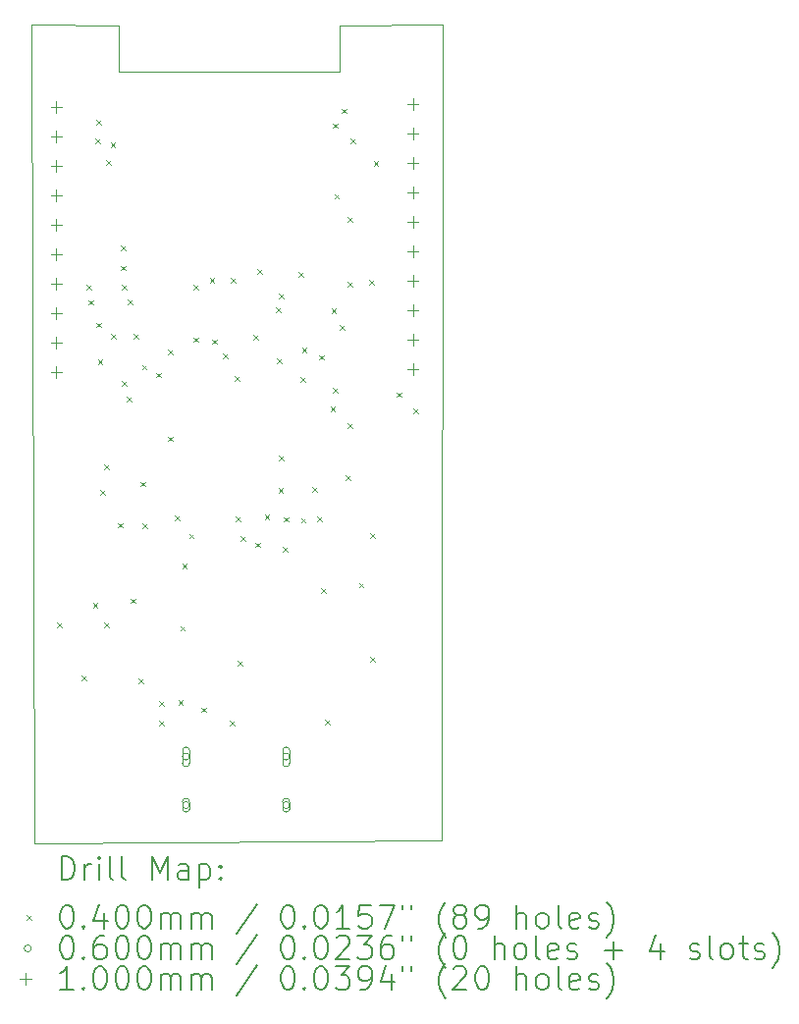
<source format=gbr>
%TF.GenerationSoftware,KiCad,Pcbnew,8.0.5-1.fc40*%
%TF.CreationDate,2024-10-05T09:11:12-05:00*%
%TF.ProjectId,PCB_ESP32,5043425f-4553-4503-9332-2e6b69636164,rev?*%
%TF.SameCoordinates,Original*%
%TF.FileFunction,Drillmap*%
%TF.FilePolarity,Positive*%
%FSLAX45Y45*%
G04 Gerber Fmt 4.5, Leading zero omitted, Abs format (unit mm)*
G04 Created by KiCad (PCBNEW 8.0.5-1.fc40) date 2024-10-05 09:11:12*
%MOMM*%
%LPD*%
G01*
G04 APERTURE LIST*
%ADD10C,0.050000*%
%ADD11C,0.200000*%
%ADD12C,0.100000*%
G04 APERTURE END LIST*
D10*
X17054000Y-13964000D02*
X13541000Y-13986000D01*
X13514000Y-6929000D01*
X14270000Y-6930000D01*
X14270000Y-7330000D01*
X16170000Y-7330000D01*
X16170000Y-6930000D01*
X17058000Y-6927000D01*
X17054000Y-13964000D01*
D11*
D12*
X13735000Y-12083000D02*
X13775000Y-12123000D01*
X13775000Y-12083000D02*
X13735000Y-12123000D01*
X13949000Y-12540000D02*
X13989000Y-12580000D01*
X13989000Y-12540000D02*
X13949000Y-12580000D01*
X13989000Y-9170000D02*
X14029000Y-9210000D01*
X14029000Y-9170000D02*
X13989000Y-9210000D01*
X14008000Y-9301000D02*
X14048000Y-9341000D01*
X14048000Y-9301000D02*
X14008000Y-9341000D01*
X14043000Y-11915000D02*
X14083000Y-11955000D01*
X14083000Y-11915000D02*
X14043000Y-11955000D01*
X14066000Y-7909000D02*
X14106000Y-7949000D01*
X14106000Y-7909000D02*
X14066000Y-7949000D01*
X14072000Y-9497000D02*
X14112000Y-9537000D01*
X14112000Y-9497000D02*
X14072000Y-9537000D01*
X14074000Y-7750000D02*
X14114000Y-7790000D01*
X14114000Y-7750000D02*
X14074000Y-7790000D01*
X14086000Y-9815000D02*
X14126000Y-9855000D01*
X14126000Y-9815000D02*
X14086000Y-9855000D01*
X14109000Y-10942000D02*
X14149000Y-10982000D01*
X14149000Y-10942000D02*
X14109000Y-10982000D01*
X14142000Y-12084000D02*
X14182000Y-12124000D01*
X14182000Y-12084000D02*
X14142000Y-12124000D01*
X14143000Y-10718000D02*
X14183000Y-10758000D01*
X14183000Y-10718000D02*
X14143000Y-10758000D01*
X14157000Y-8097000D02*
X14197000Y-8137000D01*
X14197000Y-8097000D02*
X14157000Y-8137000D01*
X14197000Y-7943000D02*
X14237000Y-7983000D01*
X14237000Y-7943000D02*
X14197000Y-7983000D01*
X14200000Y-9594000D02*
X14240000Y-9634000D01*
X14240000Y-9594000D02*
X14200000Y-9634000D01*
X14261000Y-11224000D02*
X14301000Y-11264000D01*
X14301000Y-11224000D02*
X14261000Y-11264000D01*
X14284000Y-8832700D02*
X14324000Y-8872700D01*
X14324000Y-8832700D02*
X14284000Y-8872700D01*
X14286000Y-9005000D02*
X14326000Y-9045000D01*
X14326000Y-9005000D02*
X14286000Y-9045000D01*
X14291000Y-9172000D02*
X14331000Y-9212000D01*
X14331000Y-9172000D02*
X14291000Y-9212000D01*
X14292000Y-10001000D02*
X14332000Y-10041000D01*
X14332000Y-10001000D02*
X14292000Y-10041000D01*
X14335000Y-10133000D02*
X14375000Y-10173000D01*
X14375000Y-10133000D02*
X14335000Y-10173000D01*
X14343000Y-9299000D02*
X14383000Y-9339000D01*
X14383000Y-9299000D02*
X14343000Y-9339000D01*
X14368000Y-11874500D02*
X14408000Y-11914500D01*
X14408000Y-11874500D02*
X14368000Y-11914500D01*
X14392000Y-9593000D02*
X14432000Y-9633000D01*
X14432000Y-9593000D02*
X14392000Y-9633000D01*
X14438500Y-12563500D02*
X14478500Y-12603500D01*
X14478500Y-12563500D02*
X14438500Y-12603500D01*
X14456000Y-10867000D02*
X14496000Y-10907000D01*
X14496000Y-10867000D02*
X14456000Y-10907000D01*
X14466000Y-9861000D02*
X14506000Y-9901000D01*
X14506000Y-9861000D02*
X14466000Y-9901000D01*
X14473000Y-11227000D02*
X14513000Y-11267000D01*
X14513000Y-11227000D02*
X14473000Y-11267000D01*
X14592000Y-9928000D02*
X14632000Y-9968000D01*
X14632000Y-9928000D02*
X14592000Y-9968000D01*
X14615000Y-12928000D02*
X14655000Y-12968000D01*
X14655000Y-12928000D02*
X14615000Y-12968000D01*
X14616000Y-12761000D02*
X14656000Y-12801000D01*
X14656000Y-12761000D02*
X14616000Y-12801000D01*
X14691000Y-10479000D02*
X14731000Y-10519000D01*
X14731000Y-10479000D02*
X14691000Y-10519000D01*
X14692000Y-9729000D02*
X14732000Y-9769000D01*
X14732000Y-9729000D02*
X14692000Y-9769000D01*
X14748000Y-11157000D02*
X14788000Y-11197000D01*
X14788000Y-11157000D02*
X14748000Y-11197000D01*
X14780000Y-12749000D02*
X14820000Y-12789000D01*
X14820000Y-12749000D02*
X14780000Y-12789000D01*
X14798000Y-12112000D02*
X14838000Y-12152000D01*
X14838000Y-12112000D02*
X14798000Y-12152000D01*
X14813000Y-11572000D02*
X14853000Y-11612000D01*
X14853000Y-11572000D02*
X14813000Y-11612000D01*
X14873000Y-11316000D02*
X14913000Y-11356000D01*
X14913000Y-11316000D02*
X14873000Y-11356000D01*
X14910000Y-9170000D02*
X14950000Y-9210000D01*
X14950000Y-9170000D02*
X14910000Y-9210000D01*
X14913000Y-9623000D02*
X14953000Y-9663000D01*
X14953000Y-9623000D02*
X14913000Y-9663000D01*
X14982000Y-12816000D02*
X15022000Y-12856000D01*
X15022000Y-12816000D02*
X14982000Y-12856000D01*
X15051000Y-9110000D02*
X15091000Y-9150000D01*
X15091000Y-9110000D02*
X15051000Y-9150000D01*
X15070000Y-9641000D02*
X15110000Y-9681000D01*
X15110000Y-9641000D02*
X15070000Y-9681000D01*
X15165000Y-9764000D02*
X15205000Y-9804000D01*
X15205000Y-9764000D02*
X15165000Y-9804000D01*
X15226000Y-12928000D02*
X15266000Y-12968000D01*
X15266000Y-12928000D02*
X15226000Y-12968000D01*
X15233000Y-9113000D02*
X15273000Y-9153000D01*
X15273000Y-9113000D02*
X15233000Y-9153000D01*
X15264000Y-9956000D02*
X15304000Y-9996000D01*
X15304000Y-9956000D02*
X15264000Y-9996000D01*
X15272500Y-11167500D02*
X15312500Y-11207500D01*
X15312500Y-11167500D02*
X15272500Y-11207500D01*
X15292000Y-12413000D02*
X15332000Y-12453000D01*
X15332000Y-12413000D02*
X15292000Y-12453000D01*
X15315000Y-11337000D02*
X15355000Y-11377000D01*
X15355000Y-11337000D02*
X15315000Y-11377000D01*
X15426000Y-9601000D02*
X15466000Y-9641000D01*
X15466000Y-9601000D02*
X15426000Y-9641000D01*
X15447000Y-11393000D02*
X15487000Y-11433000D01*
X15487000Y-11393000D02*
X15447000Y-11433000D01*
X15462000Y-9032000D02*
X15502000Y-9072000D01*
X15502000Y-9032000D02*
X15462000Y-9072000D01*
X15525000Y-11151000D02*
X15565000Y-11191000D01*
X15565000Y-11151000D02*
X15525000Y-11191000D01*
X15620000Y-9368000D02*
X15660000Y-9408000D01*
X15660000Y-9368000D02*
X15620000Y-9408000D01*
X15631000Y-9808000D02*
X15671000Y-9848000D01*
X15671000Y-9808000D02*
X15631000Y-9848000D01*
X15644500Y-10924500D02*
X15684500Y-10964500D01*
X15684500Y-10924500D02*
X15644500Y-10964500D01*
X15647000Y-10641500D02*
X15687000Y-10681500D01*
X15687000Y-10641500D02*
X15647000Y-10681500D01*
X15648000Y-9245000D02*
X15688000Y-9285000D01*
X15688000Y-9245000D02*
X15648000Y-9285000D01*
X15684000Y-11433000D02*
X15724000Y-11473000D01*
X15724000Y-11433000D02*
X15684000Y-11473000D01*
X15688000Y-11172000D02*
X15728000Y-11212000D01*
X15728000Y-11172000D02*
X15688000Y-11212000D01*
X15820000Y-9063000D02*
X15860000Y-9103000D01*
X15860000Y-9063000D02*
X15820000Y-9103000D01*
X15833000Y-9968000D02*
X15873000Y-10008000D01*
X15873000Y-9968000D02*
X15833000Y-10008000D01*
X15838000Y-11182000D02*
X15878000Y-11222000D01*
X15878000Y-11182000D02*
X15838000Y-11222000D01*
X15846000Y-9711000D02*
X15886000Y-9751000D01*
X15886000Y-9711000D02*
X15846000Y-9751000D01*
X15938000Y-10914000D02*
X15978000Y-10954000D01*
X15978000Y-10914000D02*
X15938000Y-10954000D01*
X15978000Y-11169000D02*
X16018000Y-11209000D01*
X16018000Y-11169000D02*
X15978000Y-11209000D01*
X15997000Y-9776000D02*
X16037000Y-9816000D01*
X16037000Y-9776000D02*
X15997000Y-9816000D01*
X16012000Y-11784000D02*
X16052000Y-11824000D01*
X16052000Y-11784000D02*
X16012000Y-11824000D01*
X16048000Y-12918000D02*
X16088000Y-12958000D01*
X16088000Y-12918000D02*
X16048000Y-12958000D01*
X16093000Y-10221000D02*
X16133000Y-10261000D01*
X16133000Y-10221000D02*
X16093000Y-10261000D01*
X16102000Y-9373000D02*
X16142000Y-9413000D01*
X16142000Y-9373000D02*
X16102000Y-9413000D01*
X16114000Y-7778000D02*
X16154000Y-7818000D01*
X16154000Y-7778000D02*
X16114000Y-7818000D01*
X16116000Y-10058000D02*
X16156000Y-10098000D01*
X16156000Y-10058000D02*
X16116000Y-10098000D01*
X16126000Y-8388000D02*
X16166000Y-8428000D01*
X16166000Y-8388000D02*
X16126000Y-8428000D01*
X16171000Y-9517000D02*
X16211000Y-9557000D01*
X16211000Y-9517000D02*
X16171000Y-9557000D01*
X16190000Y-7650000D02*
X16230000Y-7690000D01*
X16230000Y-7650000D02*
X16190000Y-7690000D01*
X16221000Y-10814000D02*
X16261000Y-10854000D01*
X16261000Y-10814000D02*
X16221000Y-10854000D01*
X16240000Y-9144000D02*
X16280000Y-9184000D01*
X16280000Y-9144000D02*
X16240000Y-9184000D01*
X16241000Y-8587000D02*
X16281000Y-8627000D01*
X16281000Y-8587000D02*
X16241000Y-8627000D01*
X16242000Y-10367000D02*
X16282000Y-10407000D01*
X16282000Y-10367000D02*
X16242000Y-10407000D01*
X16269000Y-7911000D02*
X16309000Y-7951000D01*
X16309000Y-7911000D02*
X16269000Y-7951000D01*
X16338000Y-11741000D02*
X16378000Y-11781000D01*
X16378000Y-11741000D02*
X16338000Y-11781000D01*
X16426000Y-9128000D02*
X16466000Y-9168000D01*
X16466000Y-9128000D02*
X16426000Y-9168000D01*
X16438000Y-11312000D02*
X16478000Y-11352000D01*
X16478000Y-11312000D02*
X16438000Y-11352000D01*
X16438000Y-12382000D02*
X16478000Y-12422000D01*
X16478000Y-12382000D02*
X16438000Y-12422000D01*
X16466000Y-8102000D02*
X16506000Y-8142000D01*
X16506000Y-8102000D02*
X16466000Y-8142000D01*
X16663000Y-10098000D02*
X16703000Y-10138000D01*
X16703000Y-10098000D02*
X16663000Y-10138000D01*
X16807000Y-10239000D02*
X16847000Y-10279000D01*
X16847000Y-10239000D02*
X16807000Y-10279000D01*
X14876000Y-13239500D02*
G75*
G02*
X14816000Y-13239500I-30000J0D01*
G01*
X14816000Y-13239500D02*
G75*
G02*
X14876000Y-13239500I30000J0D01*
G01*
X14816000Y-13184500D02*
X14816000Y-13294500D01*
X14876000Y-13294500D02*
G75*
G02*
X14816000Y-13294500I-30000J0D01*
G01*
X14876000Y-13294500D02*
X14876000Y-13184500D01*
X14876000Y-13184500D02*
G75*
G03*
X14816000Y-13184500I-30000J0D01*
G01*
X14876000Y-13657500D02*
G75*
G02*
X14816000Y-13657500I-30000J0D01*
G01*
X14816000Y-13657500D02*
G75*
G02*
X14876000Y-13657500I30000J0D01*
G01*
X14816000Y-13627500D02*
X14816000Y-13687500D01*
X14876000Y-13687500D02*
G75*
G02*
X14816000Y-13687500I-30000J0D01*
G01*
X14876000Y-13687500D02*
X14876000Y-13627500D01*
X14876000Y-13627500D02*
G75*
G03*
X14816000Y-13627500I-30000J0D01*
G01*
X15740000Y-13239500D02*
G75*
G02*
X15680000Y-13239500I-30000J0D01*
G01*
X15680000Y-13239500D02*
G75*
G02*
X15740000Y-13239500I30000J0D01*
G01*
X15680000Y-13184500D02*
X15680000Y-13294500D01*
X15740000Y-13294500D02*
G75*
G02*
X15680000Y-13294500I-30000J0D01*
G01*
X15740000Y-13294500D02*
X15740000Y-13184500D01*
X15740000Y-13184500D02*
G75*
G03*
X15680000Y-13184500I-30000J0D01*
G01*
X15740000Y-13657500D02*
G75*
G02*
X15680000Y-13657500I-30000J0D01*
G01*
X15680000Y-13657500D02*
G75*
G02*
X15740000Y-13657500I30000J0D01*
G01*
X15680000Y-13627500D02*
X15680000Y-13687500D01*
X15740000Y-13687500D02*
G75*
G02*
X15680000Y-13687500I-30000J0D01*
G01*
X15740000Y-13687500D02*
X15740000Y-13627500D01*
X15740000Y-13627500D02*
G75*
G03*
X15680000Y-13627500I-30000J0D01*
G01*
X13729000Y-7585500D02*
X13729000Y-7685500D01*
X13679000Y-7635500D02*
X13779000Y-7635500D01*
X13729000Y-7839500D02*
X13729000Y-7939500D01*
X13679000Y-7889500D02*
X13779000Y-7889500D01*
X13729000Y-8093500D02*
X13729000Y-8193500D01*
X13679000Y-8143500D02*
X13779000Y-8143500D01*
X13729000Y-8347500D02*
X13729000Y-8447500D01*
X13679000Y-8397500D02*
X13779000Y-8397500D01*
X13729000Y-8601500D02*
X13729000Y-8701500D01*
X13679000Y-8651500D02*
X13779000Y-8651500D01*
X13729000Y-8855500D02*
X13729000Y-8955500D01*
X13679000Y-8905500D02*
X13779000Y-8905500D01*
X13729000Y-9109500D02*
X13729000Y-9209500D01*
X13679000Y-9159500D02*
X13779000Y-9159500D01*
X13729000Y-9363500D02*
X13729000Y-9463500D01*
X13679000Y-9413500D02*
X13779000Y-9413500D01*
X13729000Y-9617500D02*
X13729000Y-9717500D01*
X13679000Y-9667500D02*
X13779000Y-9667500D01*
X13729000Y-9871500D02*
X13729000Y-9971500D01*
X13679000Y-9921500D02*
X13779000Y-9921500D01*
X16803000Y-7560500D02*
X16803000Y-7660500D01*
X16753000Y-7610500D02*
X16853000Y-7610500D01*
X16803000Y-7814500D02*
X16803000Y-7914500D01*
X16753000Y-7864500D02*
X16853000Y-7864500D01*
X16803000Y-8068500D02*
X16803000Y-8168500D01*
X16753000Y-8118500D02*
X16853000Y-8118500D01*
X16803000Y-8322500D02*
X16803000Y-8422500D01*
X16753000Y-8372500D02*
X16853000Y-8372500D01*
X16803000Y-8576500D02*
X16803000Y-8676500D01*
X16753000Y-8626500D02*
X16853000Y-8626500D01*
X16803000Y-8830500D02*
X16803000Y-8930500D01*
X16753000Y-8880500D02*
X16853000Y-8880500D01*
X16803000Y-9084500D02*
X16803000Y-9184500D01*
X16753000Y-9134500D02*
X16853000Y-9134500D01*
X16803000Y-9338500D02*
X16803000Y-9438500D01*
X16753000Y-9388500D02*
X16853000Y-9388500D01*
X16803000Y-9592500D02*
X16803000Y-9692500D01*
X16753000Y-9642500D02*
X16853000Y-9642500D01*
X16803000Y-9846500D02*
X16803000Y-9946500D01*
X16753000Y-9896500D02*
X16853000Y-9896500D01*
D11*
X13772277Y-14299984D02*
X13772277Y-14099984D01*
X13772277Y-14099984D02*
X13819896Y-14099984D01*
X13819896Y-14099984D02*
X13848467Y-14109508D01*
X13848467Y-14109508D02*
X13867515Y-14128555D01*
X13867515Y-14128555D02*
X13877039Y-14147603D01*
X13877039Y-14147603D02*
X13886562Y-14185698D01*
X13886562Y-14185698D02*
X13886562Y-14214269D01*
X13886562Y-14214269D02*
X13877039Y-14252365D01*
X13877039Y-14252365D02*
X13867515Y-14271412D01*
X13867515Y-14271412D02*
X13848467Y-14290460D01*
X13848467Y-14290460D02*
X13819896Y-14299984D01*
X13819896Y-14299984D02*
X13772277Y-14299984D01*
X13972277Y-14299984D02*
X13972277Y-14166650D01*
X13972277Y-14204746D02*
X13981801Y-14185698D01*
X13981801Y-14185698D02*
X13991324Y-14176174D01*
X13991324Y-14176174D02*
X14010372Y-14166650D01*
X14010372Y-14166650D02*
X14029420Y-14166650D01*
X14096086Y-14299984D02*
X14096086Y-14166650D01*
X14096086Y-14099984D02*
X14086562Y-14109508D01*
X14086562Y-14109508D02*
X14096086Y-14119031D01*
X14096086Y-14119031D02*
X14105610Y-14109508D01*
X14105610Y-14109508D02*
X14096086Y-14099984D01*
X14096086Y-14099984D02*
X14096086Y-14119031D01*
X14219896Y-14299984D02*
X14200848Y-14290460D01*
X14200848Y-14290460D02*
X14191324Y-14271412D01*
X14191324Y-14271412D02*
X14191324Y-14099984D01*
X14324658Y-14299984D02*
X14305610Y-14290460D01*
X14305610Y-14290460D02*
X14296086Y-14271412D01*
X14296086Y-14271412D02*
X14296086Y-14099984D01*
X14553229Y-14299984D02*
X14553229Y-14099984D01*
X14553229Y-14099984D02*
X14619896Y-14242841D01*
X14619896Y-14242841D02*
X14686562Y-14099984D01*
X14686562Y-14099984D02*
X14686562Y-14299984D01*
X14867515Y-14299984D02*
X14867515Y-14195222D01*
X14867515Y-14195222D02*
X14857991Y-14176174D01*
X14857991Y-14176174D02*
X14838943Y-14166650D01*
X14838943Y-14166650D02*
X14800848Y-14166650D01*
X14800848Y-14166650D02*
X14781801Y-14176174D01*
X14867515Y-14290460D02*
X14848467Y-14299984D01*
X14848467Y-14299984D02*
X14800848Y-14299984D01*
X14800848Y-14299984D02*
X14781801Y-14290460D01*
X14781801Y-14290460D02*
X14772277Y-14271412D01*
X14772277Y-14271412D02*
X14772277Y-14252365D01*
X14772277Y-14252365D02*
X14781801Y-14233317D01*
X14781801Y-14233317D02*
X14800848Y-14223793D01*
X14800848Y-14223793D02*
X14848467Y-14223793D01*
X14848467Y-14223793D02*
X14867515Y-14214269D01*
X14962753Y-14166650D02*
X14962753Y-14366650D01*
X14962753Y-14176174D02*
X14981801Y-14166650D01*
X14981801Y-14166650D02*
X15019896Y-14166650D01*
X15019896Y-14166650D02*
X15038943Y-14176174D01*
X15038943Y-14176174D02*
X15048467Y-14185698D01*
X15048467Y-14185698D02*
X15057991Y-14204746D01*
X15057991Y-14204746D02*
X15057991Y-14261888D01*
X15057991Y-14261888D02*
X15048467Y-14280936D01*
X15048467Y-14280936D02*
X15038943Y-14290460D01*
X15038943Y-14290460D02*
X15019896Y-14299984D01*
X15019896Y-14299984D02*
X14981801Y-14299984D01*
X14981801Y-14299984D02*
X14962753Y-14290460D01*
X15143705Y-14280936D02*
X15153229Y-14290460D01*
X15153229Y-14290460D02*
X15143705Y-14299984D01*
X15143705Y-14299984D02*
X15134182Y-14290460D01*
X15134182Y-14290460D02*
X15143705Y-14280936D01*
X15143705Y-14280936D02*
X15143705Y-14299984D01*
X15143705Y-14176174D02*
X15153229Y-14185698D01*
X15153229Y-14185698D02*
X15143705Y-14195222D01*
X15143705Y-14195222D02*
X15134182Y-14185698D01*
X15134182Y-14185698D02*
X15143705Y-14176174D01*
X15143705Y-14176174D02*
X15143705Y-14195222D01*
D12*
X13471500Y-14608500D02*
X13511500Y-14648500D01*
X13511500Y-14608500D02*
X13471500Y-14648500D01*
D11*
X13810372Y-14519984D02*
X13829420Y-14519984D01*
X13829420Y-14519984D02*
X13848467Y-14529508D01*
X13848467Y-14529508D02*
X13857991Y-14539031D01*
X13857991Y-14539031D02*
X13867515Y-14558079D01*
X13867515Y-14558079D02*
X13877039Y-14596174D01*
X13877039Y-14596174D02*
X13877039Y-14643793D01*
X13877039Y-14643793D02*
X13867515Y-14681888D01*
X13867515Y-14681888D02*
X13857991Y-14700936D01*
X13857991Y-14700936D02*
X13848467Y-14710460D01*
X13848467Y-14710460D02*
X13829420Y-14719984D01*
X13829420Y-14719984D02*
X13810372Y-14719984D01*
X13810372Y-14719984D02*
X13791324Y-14710460D01*
X13791324Y-14710460D02*
X13781801Y-14700936D01*
X13781801Y-14700936D02*
X13772277Y-14681888D01*
X13772277Y-14681888D02*
X13762753Y-14643793D01*
X13762753Y-14643793D02*
X13762753Y-14596174D01*
X13762753Y-14596174D02*
X13772277Y-14558079D01*
X13772277Y-14558079D02*
X13781801Y-14539031D01*
X13781801Y-14539031D02*
X13791324Y-14529508D01*
X13791324Y-14529508D02*
X13810372Y-14519984D01*
X13962753Y-14700936D02*
X13972277Y-14710460D01*
X13972277Y-14710460D02*
X13962753Y-14719984D01*
X13962753Y-14719984D02*
X13953229Y-14710460D01*
X13953229Y-14710460D02*
X13962753Y-14700936D01*
X13962753Y-14700936D02*
X13962753Y-14719984D01*
X14143705Y-14586650D02*
X14143705Y-14719984D01*
X14096086Y-14510460D02*
X14048467Y-14653317D01*
X14048467Y-14653317D02*
X14172277Y-14653317D01*
X14286562Y-14519984D02*
X14305610Y-14519984D01*
X14305610Y-14519984D02*
X14324658Y-14529508D01*
X14324658Y-14529508D02*
X14334182Y-14539031D01*
X14334182Y-14539031D02*
X14343705Y-14558079D01*
X14343705Y-14558079D02*
X14353229Y-14596174D01*
X14353229Y-14596174D02*
X14353229Y-14643793D01*
X14353229Y-14643793D02*
X14343705Y-14681888D01*
X14343705Y-14681888D02*
X14334182Y-14700936D01*
X14334182Y-14700936D02*
X14324658Y-14710460D01*
X14324658Y-14710460D02*
X14305610Y-14719984D01*
X14305610Y-14719984D02*
X14286562Y-14719984D01*
X14286562Y-14719984D02*
X14267515Y-14710460D01*
X14267515Y-14710460D02*
X14257991Y-14700936D01*
X14257991Y-14700936D02*
X14248467Y-14681888D01*
X14248467Y-14681888D02*
X14238943Y-14643793D01*
X14238943Y-14643793D02*
X14238943Y-14596174D01*
X14238943Y-14596174D02*
X14248467Y-14558079D01*
X14248467Y-14558079D02*
X14257991Y-14539031D01*
X14257991Y-14539031D02*
X14267515Y-14529508D01*
X14267515Y-14529508D02*
X14286562Y-14519984D01*
X14477039Y-14519984D02*
X14496086Y-14519984D01*
X14496086Y-14519984D02*
X14515134Y-14529508D01*
X14515134Y-14529508D02*
X14524658Y-14539031D01*
X14524658Y-14539031D02*
X14534182Y-14558079D01*
X14534182Y-14558079D02*
X14543705Y-14596174D01*
X14543705Y-14596174D02*
X14543705Y-14643793D01*
X14543705Y-14643793D02*
X14534182Y-14681888D01*
X14534182Y-14681888D02*
X14524658Y-14700936D01*
X14524658Y-14700936D02*
X14515134Y-14710460D01*
X14515134Y-14710460D02*
X14496086Y-14719984D01*
X14496086Y-14719984D02*
X14477039Y-14719984D01*
X14477039Y-14719984D02*
X14457991Y-14710460D01*
X14457991Y-14710460D02*
X14448467Y-14700936D01*
X14448467Y-14700936D02*
X14438943Y-14681888D01*
X14438943Y-14681888D02*
X14429420Y-14643793D01*
X14429420Y-14643793D02*
X14429420Y-14596174D01*
X14429420Y-14596174D02*
X14438943Y-14558079D01*
X14438943Y-14558079D02*
X14448467Y-14539031D01*
X14448467Y-14539031D02*
X14457991Y-14529508D01*
X14457991Y-14529508D02*
X14477039Y-14519984D01*
X14629420Y-14719984D02*
X14629420Y-14586650D01*
X14629420Y-14605698D02*
X14638943Y-14596174D01*
X14638943Y-14596174D02*
X14657991Y-14586650D01*
X14657991Y-14586650D02*
X14686563Y-14586650D01*
X14686563Y-14586650D02*
X14705610Y-14596174D01*
X14705610Y-14596174D02*
X14715134Y-14615222D01*
X14715134Y-14615222D02*
X14715134Y-14719984D01*
X14715134Y-14615222D02*
X14724658Y-14596174D01*
X14724658Y-14596174D02*
X14743705Y-14586650D01*
X14743705Y-14586650D02*
X14772277Y-14586650D01*
X14772277Y-14586650D02*
X14791324Y-14596174D01*
X14791324Y-14596174D02*
X14800848Y-14615222D01*
X14800848Y-14615222D02*
X14800848Y-14719984D01*
X14896086Y-14719984D02*
X14896086Y-14586650D01*
X14896086Y-14605698D02*
X14905610Y-14596174D01*
X14905610Y-14596174D02*
X14924658Y-14586650D01*
X14924658Y-14586650D02*
X14953229Y-14586650D01*
X14953229Y-14586650D02*
X14972277Y-14596174D01*
X14972277Y-14596174D02*
X14981801Y-14615222D01*
X14981801Y-14615222D02*
X14981801Y-14719984D01*
X14981801Y-14615222D02*
X14991324Y-14596174D01*
X14991324Y-14596174D02*
X15010372Y-14586650D01*
X15010372Y-14586650D02*
X15038943Y-14586650D01*
X15038943Y-14586650D02*
X15057991Y-14596174D01*
X15057991Y-14596174D02*
X15067515Y-14615222D01*
X15067515Y-14615222D02*
X15067515Y-14719984D01*
X15457991Y-14510460D02*
X15286563Y-14767603D01*
X15715134Y-14519984D02*
X15734182Y-14519984D01*
X15734182Y-14519984D02*
X15753229Y-14529508D01*
X15753229Y-14529508D02*
X15762753Y-14539031D01*
X15762753Y-14539031D02*
X15772277Y-14558079D01*
X15772277Y-14558079D02*
X15781801Y-14596174D01*
X15781801Y-14596174D02*
X15781801Y-14643793D01*
X15781801Y-14643793D02*
X15772277Y-14681888D01*
X15772277Y-14681888D02*
X15762753Y-14700936D01*
X15762753Y-14700936D02*
X15753229Y-14710460D01*
X15753229Y-14710460D02*
X15734182Y-14719984D01*
X15734182Y-14719984D02*
X15715134Y-14719984D01*
X15715134Y-14719984D02*
X15696086Y-14710460D01*
X15696086Y-14710460D02*
X15686563Y-14700936D01*
X15686563Y-14700936D02*
X15677039Y-14681888D01*
X15677039Y-14681888D02*
X15667515Y-14643793D01*
X15667515Y-14643793D02*
X15667515Y-14596174D01*
X15667515Y-14596174D02*
X15677039Y-14558079D01*
X15677039Y-14558079D02*
X15686563Y-14539031D01*
X15686563Y-14539031D02*
X15696086Y-14529508D01*
X15696086Y-14529508D02*
X15715134Y-14519984D01*
X15867515Y-14700936D02*
X15877039Y-14710460D01*
X15877039Y-14710460D02*
X15867515Y-14719984D01*
X15867515Y-14719984D02*
X15857991Y-14710460D01*
X15857991Y-14710460D02*
X15867515Y-14700936D01*
X15867515Y-14700936D02*
X15867515Y-14719984D01*
X16000848Y-14519984D02*
X16019896Y-14519984D01*
X16019896Y-14519984D02*
X16038944Y-14529508D01*
X16038944Y-14529508D02*
X16048467Y-14539031D01*
X16048467Y-14539031D02*
X16057991Y-14558079D01*
X16057991Y-14558079D02*
X16067515Y-14596174D01*
X16067515Y-14596174D02*
X16067515Y-14643793D01*
X16067515Y-14643793D02*
X16057991Y-14681888D01*
X16057991Y-14681888D02*
X16048467Y-14700936D01*
X16048467Y-14700936D02*
X16038944Y-14710460D01*
X16038944Y-14710460D02*
X16019896Y-14719984D01*
X16019896Y-14719984D02*
X16000848Y-14719984D01*
X16000848Y-14719984D02*
X15981801Y-14710460D01*
X15981801Y-14710460D02*
X15972277Y-14700936D01*
X15972277Y-14700936D02*
X15962753Y-14681888D01*
X15962753Y-14681888D02*
X15953229Y-14643793D01*
X15953229Y-14643793D02*
X15953229Y-14596174D01*
X15953229Y-14596174D02*
X15962753Y-14558079D01*
X15962753Y-14558079D02*
X15972277Y-14539031D01*
X15972277Y-14539031D02*
X15981801Y-14529508D01*
X15981801Y-14529508D02*
X16000848Y-14519984D01*
X16257991Y-14719984D02*
X16143706Y-14719984D01*
X16200848Y-14719984D02*
X16200848Y-14519984D01*
X16200848Y-14519984D02*
X16181801Y-14548555D01*
X16181801Y-14548555D02*
X16162753Y-14567603D01*
X16162753Y-14567603D02*
X16143706Y-14577127D01*
X16438944Y-14519984D02*
X16343706Y-14519984D01*
X16343706Y-14519984D02*
X16334182Y-14615222D01*
X16334182Y-14615222D02*
X16343706Y-14605698D01*
X16343706Y-14605698D02*
X16362753Y-14596174D01*
X16362753Y-14596174D02*
X16410372Y-14596174D01*
X16410372Y-14596174D02*
X16429420Y-14605698D01*
X16429420Y-14605698D02*
X16438944Y-14615222D01*
X16438944Y-14615222D02*
X16448467Y-14634269D01*
X16448467Y-14634269D02*
X16448467Y-14681888D01*
X16448467Y-14681888D02*
X16438944Y-14700936D01*
X16438944Y-14700936D02*
X16429420Y-14710460D01*
X16429420Y-14710460D02*
X16410372Y-14719984D01*
X16410372Y-14719984D02*
X16362753Y-14719984D01*
X16362753Y-14719984D02*
X16343706Y-14710460D01*
X16343706Y-14710460D02*
X16334182Y-14700936D01*
X16515134Y-14519984D02*
X16648467Y-14519984D01*
X16648467Y-14519984D02*
X16562753Y-14719984D01*
X16715134Y-14519984D02*
X16715134Y-14558079D01*
X16791325Y-14519984D02*
X16791325Y-14558079D01*
X17086563Y-14796174D02*
X17077039Y-14786650D01*
X17077039Y-14786650D02*
X17057991Y-14758079D01*
X17057991Y-14758079D02*
X17048468Y-14739031D01*
X17048468Y-14739031D02*
X17038944Y-14710460D01*
X17038944Y-14710460D02*
X17029420Y-14662841D01*
X17029420Y-14662841D02*
X17029420Y-14624746D01*
X17029420Y-14624746D02*
X17038944Y-14577127D01*
X17038944Y-14577127D02*
X17048468Y-14548555D01*
X17048468Y-14548555D02*
X17057991Y-14529508D01*
X17057991Y-14529508D02*
X17077039Y-14500936D01*
X17077039Y-14500936D02*
X17086563Y-14491412D01*
X17191325Y-14605698D02*
X17172277Y-14596174D01*
X17172277Y-14596174D02*
X17162753Y-14586650D01*
X17162753Y-14586650D02*
X17153230Y-14567603D01*
X17153230Y-14567603D02*
X17153230Y-14558079D01*
X17153230Y-14558079D02*
X17162753Y-14539031D01*
X17162753Y-14539031D02*
X17172277Y-14529508D01*
X17172277Y-14529508D02*
X17191325Y-14519984D01*
X17191325Y-14519984D02*
X17229420Y-14519984D01*
X17229420Y-14519984D02*
X17248468Y-14529508D01*
X17248468Y-14529508D02*
X17257991Y-14539031D01*
X17257991Y-14539031D02*
X17267515Y-14558079D01*
X17267515Y-14558079D02*
X17267515Y-14567603D01*
X17267515Y-14567603D02*
X17257991Y-14586650D01*
X17257991Y-14586650D02*
X17248468Y-14596174D01*
X17248468Y-14596174D02*
X17229420Y-14605698D01*
X17229420Y-14605698D02*
X17191325Y-14605698D01*
X17191325Y-14605698D02*
X17172277Y-14615222D01*
X17172277Y-14615222D02*
X17162753Y-14624746D01*
X17162753Y-14624746D02*
X17153230Y-14643793D01*
X17153230Y-14643793D02*
X17153230Y-14681888D01*
X17153230Y-14681888D02*
X17162753Y-14700936D01*
X17162753Y-14700936D02*
X17172277Y-14710460D01*
X17172277Y-14710460D02*
X17191325Y-14719984D01*
X17191325Y-14719984D02*
X17229420Y-14719984D01*
X17229420Y-14719984D02*
X17248468Y-14710460D01*
X17248468Y-14710460D02*
X17257991Y-14700936D01*
X17257991Y-14700936D02*
X17267515Y-14681888D01*
X17267515Y-14681888D02*
X17267515Y-14643793D01*
X17267515Y-14643793D02*
X17257991Y-14624746D01*
X17257991Y-14624746D02*
X17248468Y-14615222D01*
X17248468Y-14615222D02*
X17229420Y-14605698D01*
X17362753Y-14719984D02*
X17400849Y-14719984D01*
X17400849Y-14719984D02*
X17419896Y-14710460D01*
X17419896Y-14710460D02*
X17429420Y-14700936D01*
X17429420Y-14700936D02*
X17448468Y-14672365D01*
X17448468Y-14672365D02*
X17457991Y-14634269D01*
X17457991Y-14634269D02*
X17457991Y-14558079D01*
X17457991Y-14558079D02*
X17448468Y-14539031D01*
X17448468Y-14539031D02*
X17438944Y-14529508D01*
X17438944Y-14529508D02*
X17419896Y-14519984D01*
X17419896Y-14519984D02*
X17381801Y-14519984D01*
X17381801Y-14519984D02*
X17362753Y-14529508D01*
X17362753Y-14529508D02*
X17353230Y-14539031D01*
X17353230Y-14539031D02*
X17343706Y-14558079D01*
X17343706Y-14558079D02*
X17343706Y-14605698D01*
X17343706Y-14605698D02*
X17353230Y-14624746D01*
X17353230Y-14624746D02*
X17362753Y-14634269D01*
X17362753Y-14634269D02*
X17381801Y-14643793D01*
X17381801Y-14643793D02*
X17419896Y-14643793D01*
X17419896Y-14643793D02*
X17438944Y-14634269D01*
X17438944Y-14634269D02*
X17448468Y-14624746D01*
X17448468Y-14624746D02*
X17457991Y-14605698D01*
X17696087Y-14719984D02*
X17696087Y-14519984D01*
X17781801Y-14719984D02*
X17781801Y-14615222D01*
X17781801Y-14615222D02*
X17772277Y-14596174D01*
X17772277Y-14596174D02*
X17753230Y-14586650D01*
X17753230Y-14586650D02*
X17724658Y-14586650D01*
X17724658Y-14586650D02*
X17705611Y-14596174D01*
X17705611Y-14596174D02*
X17696087Y-14605698D01*
X17905611Y-14719984D02*
X17886563Y-14710460D01*
X17886563Y-14710460D02*
X17877039Y-14700936D01*
X17877039Y-14700936D02*
X17867515Y-14681888D01*
X17867515Y-14681888D02*
X17867515Y-14624746D01*
X17867515Y-14624746D02*
X17877039Y-14605698D01*
X17877039Y-14605698D02*
X17886563Y-14596174D01*
X17886563Y-14596174D02*
X17905611Y-14586650D01*
X17905611Y-14586650D02*
X17934182Y-14586650D01*
X17934182Y-14586650D02*
X17953230Y-14596174D01*
X17953230Y-14596174D02*
X17962753Y-14605698D01*
X17962753Y-14605698D02*
X17972277Y-14624746D01*
X17972277Y-14624746D02*
X17972277Y-14681888D01*
X17972277Y-14681888D02*
X17962753Y-14700936D01*
X17962753Y-14700936D02*
X17953230Y-14710460D01*
X17953230Y-14710460D02*
X17934182Y-14719984D01*
X17934182Y-14719984D02*
X17905611Y-14719984D01*
X18086563Y-14719984D02*
X18067515Y-14710460D01*
X18067515Y-14710460D02*
X18057992Y-14691412D01*
X18057992Y-14691412D02*
X18057992Y-14519984D01*
X18238944Y-14710460D02*
X18219896Y-14719984D01*
X18219896Y-14719984D02*
X18181801Y-14719984D01*
X18181801Y-14719984D02*
X18162753Y-14710460D01*
X18162753Y-14710460D02*
X18153230Y-14691412D01*
X18153230Y-14691412D02*
X18153230Y-14615222D01*
X18153230Y-14615222D02*
X18162753Y-14596174D01*
X18162753Y-14596174D02*
X18181801Y-14586650D01*
X18181801Y-14586650D02*
X18219896Y-14586650D01*
X18219896Y-14586650D02*
X18238944Y-14596174D01*
X18238944Y-14596174D02*
X18248468Y-14615222D01*
X18248468Y-14615222D02*
X18248468Y-14634269D01*
X18248468Y-14634269D02*
X18153230Y-14653317D01*
X18324658Y-14710460D02*
X18343706Y-14719984D01*
X18343706Y-14719984D02*
X18381801Y-14719984D01*
X18381801Y-14719984D02*
X18400849Y-14710460D01*
X18400849Y-14710460D02*
X18410373Y-14691412D01*
X18410373Y-14691412D02*
X18410373Y-14681888D01*
X18410373Y-14681888D02*
X18400849Y-14662841D01*
X18400849Y-14662841D02*
X18381801Y-14653317D01*
X18381801Y-14653317D02*
X18353230Y-14653317D01*
X18353230Y-14653317D02*
X18334182Y-14643793D01*
X18334182Y-14643793D02*
X18324658Y-14624746D01*
X18324658Y-14624746D02*
X18324658Y-14615222D01*
X18324658Y-14615222D02*
X18334182Y-14596174D01*
X18334182Y-14596174D02*
X18353230Y-14586650D01*
X18353230Y-14586650D02*
X18381801Y-14586650D01*
X18381801Y-14586650D02*
X18400849Y-14596174D01*
X18477039Y-14796174D02*
X18486563Y-14786650D01*
X18486563Y-14786650D02*
X18505611Y-14758079D01*
X18505611Y-14758079D02*
X18515134Y-14739031D01*
X18515134Y-14739031D02*
X18524658Y-14710460D01*
X18524658Y-14710460D02*
X18534182Y-14662841D01*
X18534182Y-14662841D02*
X18534182Y-14624746D01*
X18534182Y-14624746D02*
X18524658Y-14577127D01*
X18524658Y-14577127D02*
X18515134Y-14548555D01*
X18515134Y-14548555D02*
X18505611Y-14529508D01*
X18505611Y-14529508D02*
X18486563Y-14500936D01*
X18486563Y-14500936D02*
X18477039Y-14491412D01*
D12*
X13511500Y-14892500D02*
G75*
G02*
X13451500Y-14892500I-30000J0D01*
G01*
X13451500Y-14892500D02*
G75*
G02*
X13511500Y-14892500I30000J0D01*
G01*
D11*
X13810372Y-14783984D02*
X13829420Y-14783984D01*
X13829420Y-14783984D02*
X13848467Y-14793508D01*
X13848467Y-14793508D02*
X13857991Y-14803031D01*
X13857991Y-14803031D02*
X13867515Y-14822079D01*
X13867515Y-14822079D02*
X13877039Y-14860174D01*
X13877039Y-14860174D02*
X13877039Y-14907793D01*
X13877039Y-14907793D02*
X13867515Y-14945888D01*
X13867515Y-14945888D02*
X13857991Y-14964936D01*
X13857991Y-14964936D02*
X13848467Y-14974460D01*
X13848467Y-14974460D02*
X13829420Y-14983984D01*
X13829420Y-14983984D02*
X13810372Y-14983984D01*
X13810372Y-14983984D02*
X13791324Y-14974460D01*
X13791324Y-14974460D02*
X13781801Y-14964936D01*
X13781801Y-14964936D02*
X13772277Y-14945888D01*
X13772277Y-14945888D02*
X13762753Y-14907793D01*
X13762753Y-14907793D02*
X13762753Y-14860174D01*
X13762753Y-14860174D02*
X13772277Y-14822079D01*
X13772277Y-14822079D02*
X13781801Y-14803031D01*
X13781801Y-14803031D02*
X13791324Y-14793508D01*
X13791324Y-14793508D02*
X13810372Y-14783984D01*
X13962753Y-14964936D02*
X13972277Y-14974460D01*
X13972277Y-14974460D02*
X13962753Y-14983984D01*
X13962753Y-14983984D02*
X13953229Y-14974460D01*
X13953229Y-14974460D02*
X13962753Y-14964936D01*
X13962753Y-14964936D02*
X13962753Y-14983984D01*
X14143705Y-14783984D02*
X14105610Y-14783984D01*
X14105610Y-14783984D02*
X14086562Y-14793508D01*
X14086562Y-14793508D02*
X14077039Y-14803031D01*
X14077039Y-14803031D02*
X14057991Y-14831603D01*
X14057991Y-14831603D02*
X14048467Y-14869698D01*
X14048467Y-14869698D02*
X14048467Y-14945888D01*
X14048467Y-14945888D02*
X14057991Y-14964936D01*
X14057991Y-14964936D02*
X14067515Y-14974460D01*
X14067515Y-14974460D02*
X14086562Y-14983984D01*
X14086562Y-14983984D02*
X14124658Y-14983984D01*
X14124658Y-14983984D02*
X14143705Y-14974460D01*
X14143705Y-14974460D02*
X14153229Y-14964936D01*
X14153229Y-14964936D02*
X14162753Y-14945888D01*
X14162753Y-14945888D02*
X14162753Y-14898269D01*
X14162753Y-14898269D02*
X14153229Y-14879222D01*
X14153229Y-14879222D02*
X14143705Y-14869698D01*
X14143705Y-14869698D02*
X14124658Y-14860174D01*
X14124658Y-14860174D02*
X14086562Y-14860174D01*
X14086562Y-14860174D02*
X14067515Y-14869698D01*
X14067515Y-14869698D02*
X14057991Y-14879222D01*
X14057991Y-14879222D02*
X14048467Y-14898269D01*
X14286562Y-14783984D02*
X14305610Y-14783984D01*
X14305610Y-14783984D02*
X14324658Y-14793508D01*
X14324658Y-14793508D02*
X14334182Y-14803031D01*
X14334182Y-14803031D02*
X14343705Y-14822079D01*
X14343705Y-14822079D02*
X14353229Y-14860174D01*
X14353229Y-14860174D02*
X14353229Y-14907793D01*
X14353229Y-14907793D02*
X14343705Y-14945888D01*
X14343705Y-14945888D02*
X14334182Y-14964936D01*
X14334182Y-14964936D02*
X14324658Y-14974460D01*
X14324658Y-14974460D02*
X14305610Y-14983984D01*
X14305610Y-14983984D02*
X14286562Y-14983984D01*
X14286562Y-14983984D02*
X14267515Y-14974460D01*
X14267515Y-14974460D02*
X14257991Y-14964936D01*
X14257991Y-14964936D02*
X14248467Y-14945888D01*
X14248467Y-14945888D02*
X14238943Y-14907793D01*
X14238943Y-14907793D02*
X14238943Y-14860174D01*
X14238943Y-14860174D02*
X14248467Y-14822079D01*
X14248467Y-14822079D02*
X14257991Y-14803031D01*
X14257991Y-14803031D02*
X14267515Y-14793508D01*
X14267515Y-14793508D02*
X14286562Y-14783984D01*
X14477039Y-14783984D02*
X14496086Y-14783984D01*
X14496086Y-14783984D02*
X14515134Y-14793508D01*
X14515134Y-14793508D02*
X14524658Y-14803031D01*
X14524658Y-14803031D02*
X14534182Y-14822079D01*
X14534182Y-14822079D02*
X14543705Y-14860174D01*
X14543705Y-14860174D02*
X14543705Y-14907793D01*
X14543705Y-14907793D02*
X14534182Y-14945888D01*
X14534182Y-14945888D02*
X14524658Y-14964936D01*
X14524658Y-14964936D02*
X14515134Y-14974460D01*
X14515134Y-14974460D02*
X14496086Y-14983984D01*
X14496086Y-14983984D02*
X14477039Y-14983984D01*
X14477039Y-14983984D02*
X14457991Y-14974460D01*
X14457991Y-14974460D02*
X14448467Y-14964936D01*
X14448467Y-14964936D02*
X14438943Y-14945888D01*
X14438943Y-14945888D02*
X14429420Y-14907793D01*
X14429420Y-14907793D02*
X14429420Y-14860174D01*
X14429420Y-14860174D02*
X14438943Y-14822079D01*
X14438943Y-14822079D02*
X14448467Y-14803031D01*
X14448467Y-14803031D02*
X14457991Y-14793508D01*
X14457991Y-14793508D02*
X14477039Y-14783984D01*
X14629420Y-14983984D02*
X14629420Y-14850650D01*
X14629420Y-14869698D02*
X14638943Y-14860174D01*
X14638943Y-14860174D02*
X14657991Y-14850650D01*
X14657991Y-14850650D02*
X14686563Y-14850650D01*
X14686563Y-14850650D02*
X14705610Y-14860174D01*
X14705610Y-14860174D02*
X14715134Y-14879222D01*
X14715134Y-14879222D02*
X14715134Y-14983984D01*
X14715134Y-14879222D02*
X14724658Y-14860174D01*
X14724658Y-14860174D02*
X14743705Y-14850650D01*
X14743705Y-14850650D02*
X14772277Y-14850650D01*
X14772277Y-14850650D02*
X14791324Y-14860174D01*
X14791324Y-14860174D02*
X14800848Y-14879222D01*
X14800848Y-14879222D02*
X14800848Y-14983984D01*
X14896086Y-14983984D02*
X14896086Y-14850650D01*
X14896086Y-14869698D02*
X14905610Y-14860174D01*
X14905610Y-14860174D02*
X14924658Y-14850650D01*
X14924658Y-14850650D02*
X14953229Y-14850650D01*
X14953229Y-14850650D02*
X14972277Y-14860174D01*
X14972277Y-14860174D02*
X14981801Y-14879222D01*
X14981801Y-14879222D02*
X14981801Y-14983984D01*
X14981801Y-14879222D02*
X14991324Y-14860174D01*
X14991324Y-14860174D02*
X15010372Y-14850650D01*
X15010372Y-14850650D02*
X15038943Y-14850650D01*
X15038943Y-14850650D02*
X15057991Y-14860174D01*
X15057991Y-14860174D02*
X15067515Y-14879222D01*
X15067515Y-14879222D02*
X15067515Y-14983984D01*
X15457991Y-14774460D02*
X15286563Y-15031603D01*
X15715134Y-14783984D02*
X15734182Y-14783984D01*
X15734182Y-14783984D02*
X15753229Y-14793508D01*
X15753229Y-14793508D02*
X15762753Y-14803031D01*
X15762753Y-14803031D02*
X15772277Y-14822079D01*
X15772277Y-14822079D02*
X15781801Y-14860174D01*
X15781801Y-14860174D02*
X15781801Y-14907793D01*
X15781801Y-14907793D02*
X15772277Y-14945888D01*
X15772277Y-14945888D02*
X15762753Y-14964936D01*
X15762753Y-14964936D02*
X15753229Y-14974460D01*
X15753229Y-14974460D02*
X15734182Y-14983984D01*
X15734182Y-14983984D02*
X15715134Y-14983984D01*
X15715134Y-14983984D02*
X15696086Y-14974460D01*
X15696086Y-14974460D02*
X15686563Y-14964936D01*
X15686563Y-14964936D02*
X15677039Y-14945888D01*
X15677039Y-14945888D02*
X15667515Y-14907793D01*
X15667515Y-14907793D02*
X15667515Y-14860174D01*
X15667515Y-14860174D02*
X15677039Y-14822079D01*
X15677039Y-14822079D02*
X15686563Y-14803031D01*
X15686563Y-14803031D02*
X15696086Y-14793508D01*
X15696086Y-14793508D02*
X15715134Y-14783984D01*
X15867515Y-14964936D02*
X15877039Y-14974460D01*
X15877039Y-14974460D02*
X15867515Y-14983984D01*
X15867515Y-14983984D02*
X15857991Y-14974460D01*
X15857991Y-14974460D02*
X15867515Y-14964936D01*
X15867515Y-14964936D02*
X15867515Y-14983984D01*
X16000848Y-14783984D02*
X16019896Y-14783984D01*
X16019896Y-14783984D02*
X16038944Y-14793508D01*
X16038944Y-14793508D02*
X16048467Y-14803031D01*
X16048467Y-14803031D02*
X16057991Y-14822079D01*
X16057991Y-14822079D02*
X16067515Y-14860174D01*
X16067515Y-14860174D02*
X16067515Y-14907793D01*
X16067515Y-14907793D02*
X16057991Y-14945888D01*
X16057991Y-14945888D02*
X16048467Y-14964936D01*
X16048467Y-14964936D02*
X16038944Y-14974460D01*
X16038944Y-14974460D02*
X16019896Y-14983984D01*
X16019896Y-14983984D02*
X16000848Y-14983984D01*
X16000848Y-14983984D02*
X15981801Y-14974460D01*
X15981801Y-14974460D02*
X15972277Y-14964936D01*
X15972277Y-14964936D02*
X15962753Y-14945888D01*
X15962753Y-14945888D02*
X15953229Y-14907793D01*
X15953229Y-14907793D02*
X15953229Y-14860174D01*
X15953229Y-14860174D02*
X15962753Y-14822079D01*
X15962753Y-14822079D02*
X15972277Y-14803031D01*
X15972277Y-14803031D02*
X15981801Y-14793508D01*
X15981801Y-14793508D02*
X16000848Y-14783984D01*
X16143706Y-14803031D02*
X16153229Y-14793508D01*
X16153229Y-14793508D02*
X16172277Y-14783984D01*
X16172277Y-14783984D02*
X16219896Y-14783984D01*
X16219896Y-14783984D02*
X16238944Y-14793508D01*
X16238944Y-14793508D02*
X16248467Y-14803031D01*
X16248467Y-14803031D02*
X16257991Y-14822079D01*
X16257991Y-14822079D02*
X16257991Y-14841127D01*
X16257991Y-14841127D02*
X16248467Y-14869698D01*
X16248467Y-14869698D02*
X16134182Y-14983984D01*
X16134182Y-14983984D02*
X16257991Y-14983984D01*
X16324658Y-14783984D02*
X16448467Y-14783984D01*
X16448467Y-14783984D02*
X16381801Y-14860174D01*
X16381801Y-14860174D02*
X16410372Y-14860174D01*
X16410372Y-14860174D02*
X16429420Y-14869698D01*
X16429420Y-14869698D02*
X16438944Y-14879222D01*
X16438944Y-14879222D02*
X16448467Y-14898269D01*
X16448467Y-14898269D02*
X16448467Y-14945888D01*
X16448467Y-14945888D02*
X16438944Y-14964936D01*
X16438944Y-14964936D02*
X16429420Y-14974460D01*
X16429420Y-14974460D02*
X16410372Y-14983984D01*
X16410372Y-14983984D02*
X16353229Y-14983984D01*
X16353229Y-14983984D02*
X16334182Y-14974460D01*
X16334182Y-14974460D02*
X16324658Y-14964936D01*
X16619896Y-14783984D02*
X16581801Y-14783984D01*
X16581801Y-14783984D02*
X16562753Y-14793508D01*
X16562753Y-14793508D02*
X16553229Y-14803031D01*
X16553229Y-14803031D02*
X16534182Y-14831603D01*
X16534182Y-14831603D02*
X16524658Y-14869698D01*
X16524658Y-14869698D02*
X16524658Y-14945888D01*
X16524658Y-14945888D02*
X16534182Y-14964936D01*
X16534182Y-14964936D02*
X16543706Y-14974460D01*
X16543706Y-14974460D02*
X16562753Y-14983984D01*
X16562753Y-14983984D02*
X16600848Y-14983984D01*
X16600848Y-14983984D02*
X16619896Y-14974460D01*
X16619896Y-14974460D02*
X16629420Y-14964936D01*
X16629420Y-14964936D02*
X16638944Y-14945888D01*
X16638944Y-14945888D02*
X16638944Y-14898269D01*
X16638944Y-14898269D02*
X16629420Y-14879222D01*
X16629420Y-14879222D02*
X16619896Y-14869698D01*
X16619896Y-14869698D02*
X16600848Y-14860174D01*
X16600848Y-14860174D02*
X16562753Y-14860174D01*
X16562753Y-14860174D02*
X16543706Y-14869698D01*
X16543706Y-14869698D02*
X16534182Y-14879222D01*
X16534182Y-14879222D02*
X16524658Y-14898269D01*
X16715134Y-14783984D02*
X16715134Y-14822079D01*
X16791325Y-14783984D02*
X16791325Y-14822079D01*
X17086563Y-15060174D02*
X17077039Y-15050650D01*
X17077039Y-15050650D02*
X17057991Y-15022079D01*
X17057991Y-15022079D02*
X17048468Y-15003031D01*
X17048468Y-15003031D02*
X17038944Y-14974460D01*
X17038944Y-14974460D02*
X17029420Y-14926841D01*
X17029420Y-14926841D02*
X17029420Y-14888746D01*
X17029420Y-14888746D02*
X17038944Y-14841127D01*
X17038944Y-14841127D02*
X17048468Y-14812555D01*
X17048468Y-14812555D02*
X17057991Y-14793508D01*
X17057991Y-14793508D02*
X17077039Y-14764936D01*
X17077039Y-14764936D02*
X17086563Y-14755412D01*
X17200849Y-14783984D02*
X17219896Y-14783984D01*
X17219896Y-14783984D02*
X17238944Y-14793508D01*
X17238944Y-14793508D02*
X17248468Y-14803031D01*
X17248468Y-14803031D02*
X17257991Y-14822079D01*
X17257991Y-14822079D02*
X17267515Y-14860174D01*
X17267515Y-14860174D02*
X17267515Y-14907793D01*
X17267515Y-14907793D02*
X17257991Y-14945888D01*
X17257991Y-14945888D02*
X17248468Y-14964936D01*
X17248468Y-14964936D02*
X17238944Y-14974460D01*
X17238944Y-14974460D02*
X17219896Y-14983984D01*
X17219896Y-14983984D02*
X17200849Y-14983984D01*
X17200849Y-14983984D02*
X17181801Y-14974460D01*
X17181801Y-14974460D02*
X17172277Y-14964936D01*
X17172277Y-14964936D02*
X17162753Y-14945888D01*
X17162753Y-14945888D02*
X17153230Y-14907793D01*
X17153230Y-14907793D02*
X17153230Y-14860174D01*
X17153230Y-14860174D02*
X17162753Y-14822079D01*
X17162753Y-14822079D02*
X17172277Y-14803031D01*
X17172277Y-14803031D02*
X17181801Y-14793508D01*
X17181801Y-14793508D02*
X17200849Y-14783984D01*
X17505611Y-14983984D02*
X17505611Y-14783984D01*
X17591325Y-14983984D02*
X17591325Y-14879222D01*
X17591325Y-14879222D02*
X17581801Y-14860174D01*
X17581801Y-14860174D02*
X17562753Y-14850650D01*
X17562753Y-14850650D02*
X17534182Y-14850650D01*
X17534182Y-14850650D02*
X17515134Y-14860174D01*
X17515134Y-14860174D02*
X17505611Y-14869698D01*
X17715134Y-14983984D02*
X17696087Y-14974460D01*
X17696087Y-14974460D02*
X17686563Y-14964936D01*
X17686563Y-14964936D02*
X17677039Y-14945888D01*
X17677039Y-14945888D02*
X17677039Y-14888746D01*
X17677039Y-14888746D02*
X17686563Y-14869698D01*
X17686563Y-14869698D02*
X17696087Y-14860174D01*
X17696087Y-14860174D02*
X17715134Y-14850650D01*
X17715134Y-14850650D02*
X17743706Y-14850650D01*
X17743706Y-14850650D02*
X17762753Y-14860174D01*
X17762753Y-14860174D02*
X17772277Y-14869698D01*
X17772277Y-14869698D02*
X17781801Y-14888746D01*
X17781801Y-14888746D02*
X17781801Y-14945888D01*
X17781801Y-14945888D02*
X17772277Y-14964936D01*
X17772277Y-14964936D02*
X17762753Y-14974460D01*
X17762753Y-14974460D02*
X17743706Y-14983984D01*
X17743706Y-14983984D02*
X17715134Y-14983984D01*
X17896087Y-14983984D02*
X17877039Y-14974460D01*
X17877039Y-14974460D02*
X17867515Y-14955412D01*
X17867515Y-14955412D02*
X17867515Y-14783984D01*
X18048468Y-14974460D02*
X18029420Y-14983984D01*
X18029420Y-14983984D02*
X17991325Y-14983984D01*
X17991325Y-14983984D02*
X17972277Y-14974460D01*
X17972277Y-14974460D02*
X17962753Y-14955412D01*
X17962753Y-14955412D02*
X17962753Y-14879222D01*
X17962753Y-14879222D02*
X17972277Y-14860174D01*
X17972277Y-14860174D02*
X17991325Y-14850650D01*
X17991325Y-14850650D02*
X18029420Y-14850650D01*
X18029420Y-14850650D02*
X18048468Y-14860174D01*
X18048468Y-14860174D02*
X18057992Y-14879222D01*
X18057992Y-14879222D02*
X18057992Y-14898269D01*
X18057992Y-14898269D02*
X17962753Y-14917317D01*
X18134182Y-14974460D02*
X18153230Y-14983984D01*
X18153230Y-14983984D02*
X18191325Y-14983984D01*
X18191325Y-14983984D02*
X18210373Y-14974460D01*
X18210373Y-14974460D02*
X18219896Y-14955412D01*
X18219896Y-14955412D02*
X18219896Y-14945888D01*
X18219896Y-14945888D02*
X18210373Y-14926841D01*
X18210373Y-14926841D02*
X18191325Y-14917317D01*
X18191325Y-14917317D02*
X18162753Y-14917317D01*
X18162753Y-14917317D02*
X18143706Y-14907793D01*
X18143706Y-14907793D02*
X18134182Y-14888746D01*
X18134182Y-14888746D02*
X18134182Y-14879222D01*
X18134182Y-14879222D02*
X18143706Y-14860174D01*
X18143706Y-14860174D02*
X18162753Y-14850650D01*
X18162753Y-14850650D02*
X18191325Y-14850650D01*
X18191325Y-14850650D02*
X18210373Y-14860174D01*
X18457992Y-14907793D02*
X18610373Y-14907793D01*
X18534182Y-14983984D02*
X18534182Y-14831603D01*
X18943706Y-14850650D02*
X18943706Y-14983984D01*
X18896087Y-14774460D02*
X18848468Y-14917317D01*
X18848468Y-14917317D02*
X18972277Y-14917317D01*
X19191325Y-14974460D02*
X19210373Y-14983984D01*
X19210373Y-14983984D02*
X19248468Y-14983984D01*
X19248468Y-14983984D02*
X19267516Y-14974460D01*
X19267516Y-14974460D02*
X19277039Y-14955412D01*
X19277039Y-14955412D02*
X19277039Y-14945888D01*
X19277039Y-14945888D02*
X19267516Y-14926841D01*
X19267516Y-14926841D02*
X19248468Y-14917317D01*
X19248468Y-14917317D02*
X19219896Y-14917317D01*
X19219896Y-14917317D02*
X19200849Y-14907793D01*
X19200849Y-14907793D02*
X19191325Y-14888746D01*
X19191325Y-14888746D02*
X19191325Y-14879222D01*
X19191325Y-14879222D02*
X19200849Y-14860174D01*
X19200849Y-14860174D02*
X19219896Y-14850650D01*
X19219896Y-14850650D02*
X19248468Y-14850650D01*
X19248468Y-14850650D02*
X19267516Y-14860174D01*
X19391325Y-14983984D02*
X19372277Y-14974460D01*
X19372277Y-14974460D02*
X19362754Y-14955412D01*
X19362754Y-14955412D02*
X19362754Y-14783984D01*
X19496087Y-14983984D02*
X19477039Y-14974460D01*
X19477039Y-14974460D02*
X19467516Y-14964936D01*
X19467516Y-14964936D02*
X19457992Y-14945888D01*
X19457992Y-14945888D02*
X19457992Y-14888746D01*
X19457992Y-14888746D02*
X19467516Y-14869698D01*
X19467516Y-14869698D02*
X19477039Y-14860174D01*
X19477039Y-14860174D02*
X19496087Y-14850650D01*
X19496087Y-14850650D02*
X19524658Y-14850650D01*
X19524658Y-14850650D02*
X19543706Y-14860174D01*
X19543706Y-14860174D02*
X19553230Y-14869698D01*
X19553230Y-14869698D02*
X19562754Y-14888746D01*
X19562754Y-14888746D02*
X19562754Y-14945888D01*
X19562754Y-14945888D02*
X19553230Y-14964936D01*
X19553230Y-14964936D02*
X19543706Y-14974460D01*
X19543706Y-14974460D02*
X19524658Y-14983984D01*
X19524658Y-14983984D02*
X19496087Y-14983984D01*
X19619897Y-14850650D02*
X19696087Y-14850650D01*
X19648468Y-14783984D02*
X19648468Y-14955412D01*
X19648468Y-14955412D02*
X19657992Y-14974460D01*
X19657992Y-14974460D02*
X19677039Y-14983984D01*
X19677039Y-14983984D02*
X19696087Y-14983984D01*
X19753230Y-14974460D02*
X19772277Y-14983984D01*
X19772277Y-14983984D02*
X19810373Y-14983984D01*
X19810373Y-14983984D02*
X19829420Y-14974460D01*
X19829420Y-14974460D02*
X19838944Y-14955412D01*
X19838944Y-14955412D02*
X19838944Y-14945888D01*
X19838944Y-14945888D02*
X19829420Y-14926841D01*
X19829420Y-14926841D02*
X19810373Y-14917317D01*
X19810373Y-14917317D02*
X19781801Y-14917317D01*
X19781801Y-14917317D02*
X19762754Y-14907793D01*
X19762754Y-14907793D02*
X19753230Y-14888746D01*
X19753230Y-14888746D02*
X19753230Y-14879222D01*
X19753230Y-14879222D02*
X19762754Y-14860174D01*
X19762754Y-14860174D02*
X19781801Y-14850650D01*
X19781801Y-14850650D02*
X19810373Y-14850650D01*
X19810373Y-14850650D02*
X19829420Y-14860174D01*
X19905611Y-15060174D02*
X19915135Y-15050650D01*
X19915135Y-15050650D02*
X19934182Y-15022079D01*
X19934182Y-15022079D02*
X19943706Y-15003031D01*
X19943706Y-15003031D02*
X19953230Y-14974460D01*
X19953230Y-14974460D02*
X19962754Y-14926841D01*
X19962754Y-14926841D02*
X19962754Y-14888746D01*
X19962754Y-14888746D02*
X19953230Y-14841127D01*
X19953230Y-14841127D02*
X19943706Y-14812555D01*
X19943706Y-14812555D02*
X19934182Y-14793508D01*
X19934182Y-14793508D02*
X19915135Y-14764936D01*
X19915135Y-14764936D02*
X19905611Y-14755412D01*
D12*
X13461500Y-15106500D02*
X13461500Y-15206500D01*
X13411500Y-15156500D02*
X13511500Y-15156500D01*
D11*
X13877039Y-15247984D02*
X13762753Y-15247984D01*
X13819896Y-15247984D02*
X13819896Y-15047984D01*
X13819896Y-15047984D02*
X13800848Y-15076555D01*
X13800848Y-15076555D02*
X13781801Y-15095603D01*
X13781801Y-15095603D02*
X13762753Y-15105127D01*
X13962753Y-15228936D02*
X13972277Y-15238460D01*
X13972277Y-15238460D02*
X13962753Y-15247984D01*
X13962753Y-15247984D02*
X13953229Y-15238460D01*
X13953229Y-15238460D02*
X13962753Y-15228936D01*
X13962753Y-15228936D02*
X13962753Y-15247984D01*
X14096086Y-15047984D02*
X14115134Y-15047984D01*
X14115134Y-15047984D02*
X14134182Y-15057508D01*
X14134182Y-15057508D02*
X14143705Y-15067031D01*
X14143705Y-15067031D02*
X14153229Y-15086079D01*
X14153229Y-15086079D02*
X14162753Y-15124174D01*
X14162753Y-15124174D02*
X14162753Y-15171793D01*
X14162753Y-15171793D02*
X14153229Y-15209888D01*
X14153229Y-15209888D02*
X14143705Y-15228936D01*
X14143705Y-15228936D02*
X14134182Y-15238460D01*
X14134182Y-15238460D02*
X14115134Y-15247984D01*
X14115134Y-15247984D02*
X14096086Y-15247984D01*
X14096086Y-15247984D02*
X14077039Y-15238460D01*
X14077039Y-15238460D02*
X14067515Y-15228936D01*
X14067515Y-15228936D02*
X14057991Y-15209888D01*
X14057991Y-15209888D02*
X14048467Y-15171793D01*
X14048467Y-15171793D02*
X14048467Y-15124174D01*
X14048467Y-15124174D02*
X14057991Y-15086079D01*
X14057991Y-15086079D02*
X14067515Y-15067031D01*
X14067515Y-15067031D02*
X14077039Y-15057508D01*
X14077039Y-15057508D02*
X14096086Y-15047984D01*
X14286562Y-15047984D02*
X14305610Y-15047984D01*
X14305610Y-15047984D02*
X14324658Y-15057508D01*
X14324658Y-15057508D02*
X14334182Y-15067031D01*
X14334182Y-15067031D02*
X14343705Y-15086079D01*
X14343705Y-15086079D02*
X14353229Y-15124174D01*
X14353229Y-15124174D02*
X14353229Y-15171793D01*
X14353229Y-15171793D02*
X14343705Y-15209888D01*
X14343705Y-15209888D02*
X14334182Y-15228936D01*
X14334182Y-15228936D02*
X14324658Y-15238460D01*
X14324658Y-15238460D02*
X14305610Y-15247984D01*
X14305610Y-15247984D02*
X14286562Y-15247984D01*
X14286562Y-15247984D02*
X14267515Y-15238460D01*
X14267515Y-15238460D02*
X14257991Y-15228936D01*
X14257991Y-15228936D02*
X14248467Y-15209888D01*
X14248467Y-15209888D02*
X14238943Y-15171793D01*
X14238943Y-15171793D02*
X14238943Y-15124174D01*
X14238943Y-15124174D02*
X14248467Y-15086079D01*
X14248467Y-15086079D02*
X14257991Y-15067031D01*
X14257991Y-15067031D02*
X14267515Y-15057508D01*
X14267515Y-15057508D02*
X14286562Y-15047984D01*
X14477039Y-15047984D02*
X14496086Y-15047984D01*
X14496086Y-15047984D02*
X14515134Y-15057508D01*
X14515134Y-15057508D02*
X14524658Y-15067031D01*
X14524658Y-15067031D02*
X14534182Y-15086079D01*
X14534182Y-15086079D02*
X14543705Y-15124174D01*
X14543705Y-15124174D02*
X14543705Y-15171793D01*
X14543705Y-15171793D02*
X14534182Y-15209888D01*
X14534182Y-15209888D02*
X14524658Y-15228936D01*
X14524658Y-15228936D02*
X14515134Y-15238460D01*
X14515134Y-15238460D02*
X14496086Y-15247984D01*
X14496086Y-15247984D02*
X14477039Y-15247984D01*
X14477039Y-15247984D02*
X14457991Y-15238460D01*
X14457991Y-15238460D02*
X14448467Y-15228936D01*
X14448467Y-15228936D02*
X14438943Y-15209888D01*
X14438943Y-15209888D02*
X14429420Y-15171793D01*
X14429420Y-15171793D02*
X14429420Y-15124174D01*
X14429420Y-15124174D02*
X14438943Y-15086079D01*
X14438943Y-15086079D02*
X14448467Y-15067031D01*
X14448467Y-15067031D02*
X14457991Y-15057508D01*
X14457991Y-15057508D02*
X14477039Y-15047984D01*
X14629420Y-15247984D02*
X14629420Y-15114650D01*
X14629420Y-15133698D02*
X14638943Y-15124174D01*
X14638943Y-15124174D02*
X14657991Y-15114650D01*
X14657991Y-15114650D02*
X14686563Y-15114650D01*
X14686563Y-15114650D02*
X14705610Y-15124174D01*
X14705610Y-15124174D02*
X14715134Y-15143222D01*
X14715134Y-15143222D02*
X14715134Y-15247984D01*
X14715134Y-15143222D02*
X14724658Y-15124174D01*
X14724658Y-15124174D02*
X14743705Y-15114650D01*
X14743705Y-15114650D02*
X14772277Y-15114650D01*
X14772277Y-15114650D02*
X14791324Y-15124174D01*
X14791324Y-15124174D02*
X14800848Y-15143222D01*
X14800848Y-15143222D02*
X14800848Y-15247984D01*
X14896086Y-15247984D02*
X14896086Y-15114650D01*
X14896086Y-15133698D02*
X14905610Y-15124174D01*
X14905610Y-15124174D02*
X14924658Y-15114650D01*
X14924658Y-15114650D02*
X14953229Y-15114650D01*
X14953229Y-15114650D02*
X14972277Y-15124174D01*
X14972277Y-15124174D02*
X14981801Y-15143222D01*
X14981801Y-15143222D02*
X14981801Y-15247984D01*
X14981801Y-15143222D02*
X14991324Y-15124174D01*
X14991324Y-15124174D02*
X15010372Y-15114650D01*
X15010372Y-15114650D02*
X15038943Y-15114650D01*
X15038943Y-15114650D02*
X15057991Y-15124174D01*
X15057991Y-15124174D02*
X15067515Y-15143222D01*
X15067515Y-15143222D02*
X15067515Y-15247984D01*
X15457991Y-15038460D02*
X15286563Y-15295603D01*
X15715134Y-15047984D02*
X15734182Y-15047984D01*
X15734182Y-15047984D02*
X15753229Y-15057508D01*
X15753229Y-15057508D02*
X15762753Y-15067031D01*
X15762753Y-15067031D02*
X15772277Y-15086079D01*
X15772277Y-15086079D02*
X15781801Y-15124174D01*
X15781801Y-15124174D02*
X15781801Y-15171793D01*
X15781801Y-15171793D02*
X15772277Y-15209888D01*
X15772277Y-15209888D02*
X15762753Y-15228936D01*
X15762753Y-15228936D02*
X15753229Y-15238460D01*
X15753229Y-15238460D02*
X15734182Y-15247984D01*
X15734182Y-15247984D02*
X15715134Y-15247984D01*
X15715134Y-15247984D02*
X15696086Y-15238460D01*
X15696086Y-15238460D02*
X15686563Y-15228936D01*
X15686563Y-15228936D02*
X15677039Y-15209888D01*
X15677039Y-15209888D02*
X15667515Y-15171793D01*
X15667515Y-15171793D02*
X15667515Y-15124174D01*
X15667515Y-15124174D02*
X15677039Y-15086079D01*
X15677039Y-15086079D02*
X15686563Y-15067031D01*
X15686563Y-15067031D02*
X15696086Y-15057508D01*
X15696086Y-15057508D02*
X15715134Y-15047984D01*
X15867515Y-15228936D02*
X15877039Y-15238460D01*
X15877039Y-15238460D02*
X15867515Y-15247984D01*
X15867515Y-15247984D02*
X15857991Y-15238460D01*
X15857991Y-15238460D02*
X15867515Y-15228936D01*
X15867515Y-15228936D02*
X15867515Y-15247984D01*
X16000848Y-15047984D02*
X16019896Y-15047984D01*
X16019896Y-15047984D02*
X16038944Y-15057508D01*
X16038944Y-15057508D02*
X16048467Y-15067031D01*
X16048467Y-15067031D02*
X16057991Y-15086079D01*
X16057991Y-15086079D02*
X16067515Y-15124174D01*
X16067515Y-15124174D02*
X16067515Y-15171793D01*
X16067515Y-15171793D02*
X16057991Y-15209888D01*
X16057991Y-15209888D02*
X16048467Y-15228936D01*
X16048467Y-15228936D02*
X16038944Y-15238460D01*
X16038944Y-15238460D02*
X16019896Y-15247984D01*
X16019896Y-15247984D02*
X16000848Y-15247984D01*
X16000848Y-15247984D02*
X15981801Y-15238460D01*
X15981801Y-15238460D02*
X15972277Y-15228936D01*
X15972277Y-15228936D02*
X15962753Y-15209888D01*
X15962753Y-15209888D02*
X15953229Y-15171793D01*
X15953229Y-15171793D02*
X15953229Y-15124174D01*
X15953229Y-15124174D02*
X15962753Y-15086079D01*
X15962753Y-15086079D02*
X15972277Y-15067031D01*
X15972277Y-15067031D02*
X15981801Y-15057508D01*
X15981801Y-15057508D02*
X16000848Y-15047984D01*
X16134182Y-15047984D02*
X16257991Y-15047984D01*
X16257991Y-15047984D02*
X16191325Y-15124174D01*
X16191325Y-15124174D02*
X16219896Y-15124174D01*
X16219896Y-15124174D02*
X16238944Y-15133698D01*
X16238944Y-15133698D02*
X16248467Y-15143222D01*
X16248467Y-15143222D02*
X16257991Y-15162269D01*
X16257991Y-15162269D02*
X16257991Y-15209888D01*
X16257991Y-15209888D02*
X16248467Y-15228936D01*
X16248467Y-15228936D02*
X16238944Y-15238460D01*
X16238944Y-15238460D02*
X16219896Y-15247984D01*
X16219896Y-15247984D02*
X16162753Y-15247984D01*
X16162753Y-15247984D02*
X16143706Y-15238460D01*
X16143706Y-15238460D02*
X16134182Y-15228936D01*
X16353229Y-15247984D02*
X16391325Y-15247984D01*
X16391325Y-15247984D02*
X16410372Y-15238460D01*
X16410372Y-15238460D02*
X16419896Y-15228936D01*
X16419896Y-15228936D02*
X16438944Y-15200365D01*
X16438944Y-15200365D02*
X16448467Y-15162269D01*
X16448467Y-15162269D02*
X16448467Y-15086079D01*
X16448467Y-15086079D02*
X16438944Y-15067031D01*
X16438944Y-15067031D02*
X16429420Y-15057508D01*
X16429420Y-15057508D02*
X16410372Y-15047984D01*
X16410372Y-15047984D02*
X16372277Y-15047984D01*
X16372277Y-15047984D02*
X16353229Y-15057508D01*
X16353229Y-15057508D02*
X16343706Y-15067031D01*
X16343706Y-15067031D02*
X16334182Y-15086079D01*
X16334182Y-15086079D02*
X16334182Y-15133698D01*
X16334182Y-15133698D02*
X16343706Y-15152746D01*
X16343706Y-15152746D02*
X16353229Y-15162269D01*
X16353229Y-15162269D02*
X16372277Y-15171793D01*
X16372277Y-15171793D02*
X16410372Y-15171793D01*
X16410372Y-15171793D02*
X16429420Y-15162269D01*
X16429420Y-15162269D02*
X16438944Y-15152746D01*
X16438944Y-15152746D02*
X16448467Y-15133698D01*
X16619896Y-15114650D02*
X16619896Y-15247984D01*
X16572277Y-15038460D02*
X16524658Y-15181317D01*
X16524658Y-15181317D02*
X16648467Y-15181317D01*
X16715134Y-15047984D02*
X16715134Y-15086079D01*
X16791325Y-15047984D02*
X16791325Y-15086079D01*
X17086563Y-15324174D02*
X17077039Y-15314650D01*
X17077039Y-15314650D02*
X17057991Y-15286079D01*
X17057991Y-15286079D02*
X17048468Y-15267031D01*
X17048468Y-15267031D02*
X17038944Y-15238460D01*
X17038944Y-15238460D02*
X17029420Y-15190841D01*
X17029420Y-15190841D02*
X17029420Y-15152746D01*
X17029420Y-15152746D02*
X17038944Y-15105127D01*
X17038944Y-15105127D02*
X17048468Y-15076555D01*
X17048468Y-15076555D02*
X17057991Y-15057508D01*
X17057991Y-15057508D02*
X17077039Y-15028936D01*
X17077039Y-15028936D02*
X17086563Y-15019412D01*
X17153230Y-15067031D02*
X17162753Y-15057508D01*
X17162753Y-15057508D02*
X17181801Y-15047984D01*
X17181801Y-15047984D02*
X17229420Y-15047984D01*
X17229420Y-15047984D02*
X17248468Y-15057508D01*
X17248468Y-15057508D02*
X17257991Y-15067031D01*
X17257991Y-15067031D02*
X17267515Y-15086079D01*
X17267515Y-15086079D02*
X17267515Y-15105127D01*
X17267515Y-15105127D02*
X17257991Y-15133698D01*
X17257991Y-15133698D02*
X17143706Y-15247984D01*
X17143706Y-15247984D02*
X17267515Y-15247984D01*
X17391325Y-15047984D02*
X17410372Y-15047984D01*
X17410372Y-15047984D02*
X17429420Y-15057508D01*
X17429420Y-15057508D02*
X17438944Y-15067031D01*
X17438944Y-15067031D02*
X17448468Y-15086079D01*
X17448468Y-15086079D02*
X17457991Y-15124174D01*
X17457991Y-15124174D02*
X17457991Y-15171793D01*
X17457991Y-15171793D02*
X17448468Y-15209888D01*
X17448468Y-15209888D02*
X17438944Y-15228936D01*
X17438944Y-15228936D02*
X17429420Y-15238460D01*
X17429420Y-15238460D02*
X17410372Y-15247984D01*
X17410372Y-15247984D02*
X17391325Y-15247984D01*
X17391325Y-15247984D02*
X17372277Y-15238460D01*
X17372277Y-15238460D02*
X17362753Y-15228936D01*
X17362753Y-15228936D02*
X17353230Y-15209888D01*
X17353230Y-15209888D02*
X17343706Y-15171793D01*
X17343706Y-15171793D02*
X17343706Y-15124174D01*
X17343706Y-15124174D02*
X17353230Y-15086079D01*
X17353230Y-15086079D02*
X17362753Y-15067031D01*
X17362753Y-15067031D02*
X17372277Y-15057508D01*
X17372277Y-15057508D02*
X17391325Y-15047984D01*
X17696087Y-15247984D02*
X17696087Y-15047984D01*
X17781801Y-15247984D02*
X17781801Y-15143222D01*
X17781801Y-15143222D02*
X17772277Y-15124174D01*
X17772277Y-15124174D02*
X17753230Y-15114650D01*
X17753230Y-15114650D02*
X17724658Y-15114650D01*
X17724658Y-15114650D02*
X17705611Y-15124174D01*
X17705611Y-15124174D02*
X17696087Y-15133698D01*
X17905611Y-15247984D02*
X17886563Y-15238460D01*
X17886563Y-15238460D02*
X17877039Y-15228936D01*
X17877039Y-15228936D02*
X17867515Y-15209888D01*
X17867515Y-15209888D02*
X17867515Y-15152746D01*
X17867515Y-15152746D02*
X17877039Y-15133698D01*
X17877039Y-15133698D02*
X17886563Y-15124174D01*
X17886563Y-15124174D02*
X17905611Y-15114650D01*
X17905611Y-15114650D02*
X17934182Y-15114650D01*
X17934182Y-15114650D02*
X17953230Y-15124174D01*
X17953230Y-15124174D02*
X17962753Y-15133698D01*
X17962753Y-15133698D02*
X17972277Y-15152746D01*
X17972277Y-15152746D02*
X17972277Y-15209888D01*
X17972277Y-15209888D02*
X17962753Y-15228936D01*
X17962753Y-15228936D02*
X17953230Y-15238460D01*
X17953230Y-15238460D02*
X17934182Y-15247984D01*
X17934182Y-15247984D02*
X17905611Y-15247984D01*
X18086563Y-15247984D02*
X18067515Y-15238460D01*
X18067515Y-15238460D02*
X18057992Y-15219412D01*
X18057992Y-15219412D02*
X18057992Y-15047984D01*
X18238944Y-15238460D02*
X18219896Y-15247984D01*
X18219896Y-15247984D02*
X18181801Y-15247984D01*
X18181801Y-15247984D02*
X18162753Y-15238460D01*
X18162753Y-15238460D02*
X18153230Y-15219412D01*
X18153230Y-15219412D02*
X18153230Y-15143222D01*
X18153230Y-15143222D02*
X18162753Y-15124174D01*
X18162753Y-15124174D02*
X18181801Y-15114650D01*
X18181801Y-15114650D02*
X18219896Y-15114650D01*
X18219896Y-15114650D02*
X18238944Y-15124174D01*
X18238944Y-15124174D02*
X18248468Y-15143222D01*
X18248468Y-15143222D02*
X18248468Y-15162269D01*
X18248468Y-15162269D02*
X18153230Y-15181317D01*
X18324658Y-15238460D02*
X18343706Y-15247984D01*
X18343706Y-15247984D02*
X18381801Y-15247984D01*
X18381801Y-15247984D02*
X18400849Y-15238460D01*
X18400849Y-15238460D02*
X18410373Y-15219412D01*
X18410373Y-15219412D02*
X18410373Y-15209888D01*
X18410373Y-15209888D02*
X18400849Y-15190841D01*
X18400849Y-15190841D02*
X18381801Y-15181317D01*
X18381801Y-15181317D02*
X18353230Y-15181317D01*
X18353230Y-15181317D02*
X18334182Y-15171793D01*
X18334182Y-15171793D02*
X18324658Y-15152746D01*
X18324658Y-15152746D02*
X18324658Y-15143222D01*
X18324658Y-15143222D02*
X18334182Y-15124174D01*
X18334182Y-15124174D02*
X18353230Y-15114650D01*
X18353230Y-15114650D02*
X18381801Y-15114650D01*
X18381801Y-15114650D02*
X18400849Y-15124174D01*
X18477039Y-15324174D02*
X18486563Y-15314650D01*
X18486563Y-15314650D02*
X18505611Y-15286079D01*
X18505611Y-15286079D02*
X18515134Y-15267031D01*
X18515134Y-15267031D02*
X18524658Y-15238460D01*
X18524658Y-15238460D02*
X18534182Y-15190841D01*
X18534182Y-15190841D02*
X18534182Y-15152746D01*
X18534182Y-15152746D02*
X18524658Y-15105127D01*
X18524658Y-15105127D02*
X18515134Y-15076555D01*
X18515134Y-15076555D02*
X18505611Y-15057508D01*
X18505611Y-15057508D02*
X18486563Y-15028936D01*
X18486563Y-15028936D02*
X18477039Y-15019412D01*
M02*

</source>
